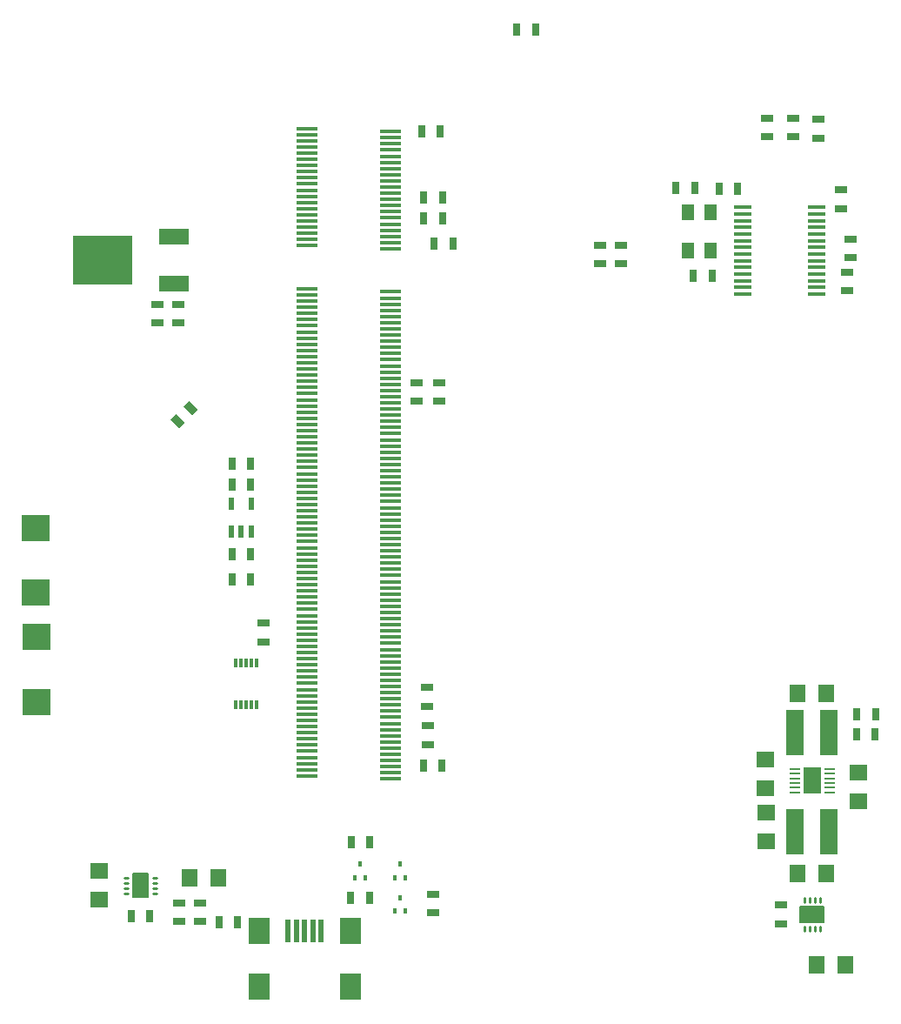
<source format=gtp>
G75*
%MOIN*%
%OFA0B0*%
%FSLAX25Y25*%
%IPPOS*%
%LPD*%
%AMOC8*
5,1,8,0,0,1.08239X$1,22.5*
%
%ADD10C,0.00945*%
%ADD11C,0.00504*%
%ADD12R,0.10630X0.10039*%
%ADD13R,0.06299X0.07087*%
%ADD14R,0.04724X0.03150*%
%ADD15R,0.03937X0.00984*%
%ADD16R,0.06693X0.09843*%
%ADD17R,0.03150X0.04724*%
%ADD18R,0.07087X0.06299*%
%ADD19R,0.07087X0.17717*%
%ADD20R,0.01200X0.03500*%
%ADD21R,0.01575X0.02008*%
%ADD22R,0.07874X0.01378*%
%ADD23R,0.04921X0.06299*%
%ADD24R,0.01969X0.08858*%
%ADD25R,0.07874X0.09843*%
%ADD26R,0.06890X0.01575*%
%ADD27R,0.02362X0.04724*%
%ADD28R,0.11811X0.06299*%
%ADD29R,0.22500X0.19000*%
D10*
X0086954Y0065004D02*
X0088372Y0065004D01*
X0088372Y0065004D01*
X0086954Y0065004D01*
X0086954Y0065004D01*
X0086954Y0066973D02*
X0088372Y0066973D01*
X0088372Y0066973D01*
X0086954Y0066973D01*
X0086954Y0066973D01*
X0086954Y0068941D02*
X0088372Y0068941D01*
X0088372Y0068941D01*
X0086954Y0068941D01*
X0086954Y0068941D01*
X0086954Y0070910D02*
X0088372Y0070910D01*
X0088372Y0070910D01*
X0086954Y0070910D01*
X0086954Y0070910D01*
X0097977Y0070910D02*
X0099395Y0070910D01*
X0097977Y0070910D02*
X0097977Y0070910D01*
X0099395Y0070910D01*
X0099395Y0070910D01*
X0099395Y0068941D02*
X0097977Y0068941D01*
X0097977Y0068941D01*
X0099395Y0068941D01*
X0099395Y0068941D01*
X0099395Y0066973D02*
X0097977Y0066973D01*
X0097977Y0066973D01*
X0099395Y0066973D01*
X0099395Y0066973D01*
X0099395Y0065004D02*
X0097977Y0065004D01*
X0097977Y0065004D01*
X0099395Y0065004D01*
X0099395Y0065004D01*
X0347563Y0063066D02*
X0347563Y0061648D01*
X0347563Y0061648D01*
X0347563Y0063066D01*
X0347563Y0063066D01*
X0347563Y0062592D02*
X0347563Y0062592D01*
X0349532Y0063066D02*
X0349532Y0061648D01*
X0349532Y0061648D01*
X0349532Y0063066D01*
X0349532Y0063066D01*
X0349532Y0062592D02*
X0349532Y0062592D01*
X0351500Y0063066D02*
X0351500Y0061648D01*
X0351500Y0061648D01*
X0351500Y0063066D01*
X0351500Y0063066D01*
X0351500Y0062592D02*
X0351500Y0062592D01*
X0353469Y0063066D02*
X0353469Y0061648D01*
X0353469Y0061648D01*
X0353469Y0063066D01*
X0353469Y0063066D01*
X0353469Y0062592D02*
X0353469Y0062592D01*
X0353469Y0052042D02*
X0353469Y0050624D01*
X0353469Y0052042D02*
X0353469Y0052042D01*
X0353469Y0050624D01*
X0353469Y0050624D01*
X0353469Y0051568D02*
X0353469Y0051568D01*
X0351500Y0052042D02*
X0351500Y0050624D01*
X0351500Y0052042D02*
X0351500Y0052042D01*
X0351500Y0050624D01*
X0351500Y0050624D01*
X0351500Y0051568D02*
X0351500Y0051568D01*
X0349532Y0052042D02*
X0349532Y0050624D01*
X0349532Y0052042D02*
X0349532Y0052042D01*
X0349532Y0050624D01*
X0349532Y0050624D01*
X0349532Y0051568D02*
X0349532Y0051568D01*
X0347563Y0052042D02*
X0347563Y0050624D01*
X0347563Y0052042D02*
X0347563Y0052042D01*
X0347563Y0050624D01*
X0347563Y0050624D01*
X0347563Y0051568D02*
X0347563Y0051568D01*
D11*
X0345965Y0053948D02*
X0355067Y0053948D01*
X0345965Y0053948D02*
X0345965Y0059742D01*
X0355067Y0059742D01*
X0355067Y0053948D01*
X0355067Y0054451D02*
X0345965Y0054451D01*
X0345965Y0054954D02*
X0355067Y0054954D01*
X0355067Y0055457D02*
X0345965Y0055457D01*
X0345965Y0055960D02*
X0355067Y0055960D01*
X0355067Y0056463D02*
X0345965Y0056463D01*
X0345965Y0056966D02*
X0355067Y0056966D01*
X0355067Y0057469D02*
X0345965Y0057469D01*
X0345965Y0057972D02*
X0355067Y0057972D01*
X0355067Y0058475D02*
X0345965Y0058475D01*
X0345965Y0058978D02*
X0355067Y0058978D01*
X0355067Y0059481D02*
X0345965Y0059481D01*
X0096071Y0063406D02*
X0096071Y0072508D01*
X0096071Y0063406D02*
X0090277Y0063406D01*
X0090277Y0072508D01*
X0096071Y0072508D01*
X0096071Y0063909D02*
X0090277Y0063909D01*
X0090277Y0064412D02*
X0096071Y0064412D01*
X0096071Y0064915D02*
X0090277Y0064915D01*
X0090277Y0065418D02*
X0096071Y0065418D01*
X0096071Y0065921D02*
X0090277Y0065921D01*
X0090277Y0066424D02*
X0096071Y0066424D01*
X0096071Y0066927D02*
X0090277Y0066927D01*
X0090277Y0067430D02*
X0096071Y0067430D01*
X0096071Y0067933D02*
X0090277Y0067933D01*
X0090277Y0068436D02*
X0096071Y0068436D01*
X0096071Y0068939D02*
X0090277Y0068939D01*
X0090277Y0069442D02*
X0096071Y0069442D01*
X0096071Y0069945D02*
X0090277Y0069945D01*
X0090277Y0070448D02*
X0096071Y0070448D01*
X0096071Y0070951D02*
X0090277Y0070951D01*
X0090277Y0071454D02*
X0096071Y0071454D01*
X0096071Y0071957D02*
X0090277Y0071957D01*
X0090277Y0072460D02*
X0096071Y0072460D01*
D12*
X0053367Y0138113D03*
X0053367Y0163074D03*
X0052837Y0180015D03*
X0052837Y0204976D03*
D13*
X0111984Y0070852D03*
X0123007Y0070852D03*
X0345004Y0072593D03*
X0356028Y0072593D03*
X0352141Y0037387D03*
X0363165Y0037387D03*
X0356028Y0141491D03*
X0345004Y0141491D03*
D14*
X0338705Y0060389D03*
X0338705Y0053302D03*
X0205266Y0057352D03*
X0205266Y0064439D03*
X0203258Y0121959D03*
X0203258Y0129045D03*
X0203022Y0136604D03*
X0203022Y0143691D03*
X0140305Y0161289D03*
X0140305Y0168376D03*
X0198967Y0253415D03*
X0198967Y0260502D03*
X0207628Y0260502D03*
X0207628Y0253415D03*
X0269439Y0306171D03*
X0269439Y0313258D03*
X0277313Y0313258D03*
X0277313Y0306171D03*
X0333322Y0354685D03*
X0333322Y0361771D03*
X0343196Y0361771D03*
X0343196Y0354685D03*
X0353070Y0354285D03*
X0353070Y0361371D03*
X0361533Y0334395D03*
X0361533Y0327308D03*
X0365279Y0315630D03*
X0365279Y0308544D03*
X0363896Y0302930D03*
X0363896Y0295844D03*
X0115896Y0061289D03*
X0115896Y0054203D03*
X0108022Y0054203D03*
X0108022Y0061289D03*
X0107663Y0283356D03*
X0107663Y0290442D03*
X0099537Y0290442D03*
X0099537Y0283356D03*
D15*
X0343823Y0112456D03*
X0343823Y0110684D03*
X0343823Y0108912D03*
X0343823Y0107141D03*
X0343823Y0105369D03*
X0343823Y0103597D03*
X0357209Y0103597D03*
X0357209Y0105369D03*
X0357209Y0107141D03*
X0357209Y0108912D03*
X0357209Y0110684D03*
X0357209Y0112456D03*
D16*
X0350516Y0108026D03*
D17*
X0367642Y0125743D03*
X0374729Y0125743D03*
X0374807Y0133617D03*
X0367721Y0133617D03*
X0208744Y0113922D03*
X0201657Y0113922D03*
X0180935Y0084400D03*
X0173848Y0084400D03*
X0173770Y0063258D03*
X0180856Y0063258D03*
X0130266Y0053809D03*
X0123179Y0053809D03*
X0096718Y0056146D03*
X0089631Y0056146D03*
X0128220Y0185192D03*
X0135307Y0185192D03*
X0135307Y0194918D03*
X0128220Y0194918D03*
X0128220Y0221444D03*
X0135307Y0221444D03*
X0135307Y0229570D03*
X0128220Y0229570D03*
G36*
X0104664Y0246408D02*
X0106891Y0248635D01*
X0110230Y0245296D01*
X0108003Y0243069D01*
X0104664Y0246408D01*
G37*
G36*
X0109675Y0251419D02*
X0111902Y0253646D01*
X0115241Y0250307D01*
X0113014Y0248080D01*
X0109675Y0251419D01*
G37*
X0201722Y0323494D03*
X0208809Y0323494D03*
X0208809Y0331526D03*
X0201722Y0331526D03*
X0205722Y0313888D03*
X0212809Y0313888D03*
X0208022Y0356959D03*
X0200935Y0356959D03*
X0237456Y0395681D03*
X0244543Y0395681D03*
X0298422Y0335113D03*
X0305508Y0335113D03*
X0314916Y0334804D03*
X0322003Y0334804D03*
X0312160Y0301504D03*
X0305074Y0301504D03*
D18*
X0077426Y0062445D03*
X0077426Y0073469D03*
X0332800Y0084798D03*
X0332800Y0095822D03*
X0332760Y0105152D03*
X0332760Y0116176D03*
X0368154Y0111294D03*
X0368154Y0100270D03*
D19*
X0357091Y0088592D03*
X0344099Y0088592D03*
X0343981Y0126609D03*
X0356973Y0126609D03*
D20*
X0137552Y0137098D03*
X0135582Y0137098D03*
X0133612Y0137098D03*
X0131642Y0137098D03*
X0129672Y0137098D03*
X0129672Y0153198D03*
X0131642Y0153198D03*
X0133612Y0153198D03*
X0135582Y0153198D03*
X0137552Y0153198D03*
D21*
X0177392Y0076093D03*
X0179360Y0070974D03*
X0175423Y0070974D03*
X0190699Y0070935D03*
X0194636Y0070935D03*
X0192667Y0076053D03*
X0192628Y0063179D03*
X0194596Y0058061D03*
X0190659Y0058061D03*
D22*
X0189124Y0108730D03*
X0189124Y0111093D03*
X0189124Y0113455D03*
X0189124Y0115817D03*
X0189124Y0118179D03*
X0189124Y0120541D03*
X0189124Y0122904D03*
X0189124Y0125266D03*
X0189124Y0127628D03*
X0189124Y0129990D03*
X0189124Y0132352D03*
X0189124Y0134715D03*
X0189124Y0137077D03*
X0189124Y0139439D03*
X0189124Y0141801D03*
X0189124Y0144163D03*
X0189124Y0146526D03*
X0189124Y0148888D03*
X0189124Y0151250D03*
X0189124Y0153612D03*
X0189124Y0155974D03*
X0189124Y0158337D03*
X0189124Y0160699D03*
X0189124Y0163061D03*
X0189124Y0165423D03*
X0189124Y0167785D03*
X0189124Y0170148D03*
X0189124Y0172510D03*
X0189124Y0174872D03*
X0189124Y0177234D03*
X0189124Y0179596D03*
X0189124Y0181959D03*
X0189124Y0184321D03*
X0189124Y0186683D03*
X0189124Y0189045D03*
X0189124Y0191407D03*
X0189124Y0193770D03*
X0189124Y0196132D03*
X0189124Y0198494D03*
X0189124Y0200856D03*
X0189124Y0203219D03*
X0189124Y0205581D03*
X0189124Y0207943D03*
X0189124Y0210305D03*
X0189124Y0212667D03*
X0189124Y0215030D03*
X0189124Y0217392D03*
X0189124Y0219754D03*
X0189124Y0222116D03*
X0189124Y0224478D03*
X0189124Y0226841D03*
X0189124Y0229203D03*
X0189124Y0231565D03*
X0189124Y0233927D03*
X0189124Y0236289D03*
X0189124Y0238652D03*
X0189124Y0241014D03*
X0189124Y0243376D03*
X0189124Y0245738D03*
X0189124Y0248100D03*
X0189124Y0250463D03*
X0189124Y0252825D03*
X0189124Y0255187D03*
X0189124Y0257549D03*
X0189124Y0259911D03*
X0189124Y0262274D03*
X0189124Y0264636D03*
X0189124Y0266998D03*
X0189124Y0269360D03*
X0189124Y0271722D03*
X0189124Y0274085D03*
X0189124Y0276447D03*
X0189124Y0278809D03*
X0189124Y0281171D03*
X0189124Y0283533D03*
X0189124Y0285896D03*
X0189124Y0288258D03*
X0189124Y0290620D03*
X0189124Y0292982D03*
X0189124Y0295344D03*
X0189124Y0311880D03*
X0189124Y0314242D03*
X0189124Y0316604D03*
X0189124Y0318967D03*
X0189124Y0321329D03*
X0189124Y0323691D03*
X0189124Y0326053D03*
X0189124Y0328415D03*
X0189124Y0330778D03*
X0189124Y0333140D03*
X0189124Y0335502D03*
X0189124Y0337864D03*
X0189124Y0340226D03*
X0189124Y0342589D03*
X0189124Y0344951D03*
X0189124Y0347313D03*
X0189124Y0349675D03*
X0189124Y0352037D03*
X0189124Y0354400D03*
X0189124Y0356762D03*
X0156841Y0357943D03*
X0156841Y0355581D03*
X0156841Y0353219D03*
X0156841Y0350856D03*
X0156841Y0348494D03*
X0156841Y0346132D03*
X0156841Y0343770D03*
X0156841Y0341407D03*
X0156841Y0339045D03*
X0156841Y0336683D03*
X0156841Y0334321D03*
X0156841Y0331959D03*
X0156841Y0329596D03*
X0156841Y0327234D03*
X0156841Y0324872D03*
X0156841Y0322510D03*
X0156841Y0320148D03*
X0156841Y0317785D03*
X0156841Y0315423D03*
X0156841Y0313061D03*
X0156841Y0296526D03*
X0156841Y0294163D03*
X0156841Y0291801D03*
X0156841Y0289439D03*
X0156841Y0287077D03*
X0156841Y0284715D03*
X0156841Y0282352D03*
X0156841Y0279990D03*
X0156841Y0277628D03*
X0156841Y0275266D03*
X0156841Y0272904D03*
X0156841Y0270541D03*
X0156841Y0268179D03*
X0156841Y0265817D03*
X0156841Y0263455D03*
X0156841Y0261093D03*
X0156841Y0258730D03*
X0156841Y0256368D03*
X0156841Y0254006D03*
X0156841Y0251644D03*
X0156841Y0249281D03*
X0156841Y0246919D03*
X0156841Y0244557D03*
X0156841Y0242195D03*
X0156841Y0239833D03*
X0156841Y0237470D03*
X0156841Y0235108D03*
X0156841Y0232746D03*
X0156841Y0230384D03*
X0156841Y0228022D03*
X0156841Y0225659D03*
X0156841Y0223297D03*
X0156841Y0220935D03*
X0156841Y0218573D03*
X0156841Y0216211D03*
X0156841Y0213848D03*
X0156841Y0211486D03*
X0156841Y0209124D03*
X0156841Y0206762D03*
X0156841Y0204400D03*
X0156841Y0202037D03*
X0156841Y0199675D03*
X0156841Y0197313D03*
X0156841Y0194951D03*
X0156841Y0192589D03*
X0156841Y0190226D03*
X0156841Y0187864D03*
X0156841Y0185502D03*
X0156841Y0183140D03*
X0156841Y0180778D03*
X0156841Y0178415D03*
X0156841Y0176053D03*
X0156841Y0173691D03*
X0156841Y0171329D03*
X0156841Y0168967D03*
X0156841Y0166604D03*
X0156841Y0164242D03*
X0156841Y0161880D03*
X0156841Y0159518D03*
X0156841Y0157156D03*
X0156841Y0154793D03*
X0156841Y0152431D03*
X0156841Y0150069D03*
X0156841Y0147707D03*
X0156841Y0145344D03*
X0156841Y0142982D03*
X0156841Y0140620D03*
X0156841Y0138258D03*
X0156841Y0135896D03*
X0156841Y0133533D03*
X0156841Y0131171D03*
X0156841Y0128809D03*
X0156841Y0126447D03*
X0156841Y0124085D03*
X0156841Y0121722D03*
X0156841Y0119360D03*
X0156841Y0116998D03*
X0156841Y0114636D03*
X0156841Y0112274D03*
X0156841Y0109911D03*
D23*
X0303020Y0311140D03*
X0311681Y0311140D03*
X0311681Y0325707D03*
X0303020Y0325707D03*
D24*
X0162359Y0050567D03*
X0159209Y0050567D03*
X0156059Y0050567D03*
X0152910Y0050567D03*
X0149760Y0050567D03*
D25*
X0138540Y0050448D03*
X0138540Y0029110D03*
X0173579Y0029110D03*
X0173579Y0050448D03*
D26*
X0324053Y0294451D03*
X0324053Y0297010D03*
X0324053Y0299569D03*
X0324053Y0302128D03*
X0324053Y0304687D03*
X0324053Y0307246D03*
X0324053Y0309805D03*
X0324053Y0312364D03*
X0324053Y0314923D03*
X0324053Y0317482D03*
X0324053Y0320041D03*
X0324053Y0322600D03*
X0324053Y0325159D03*
X0324053Y0327719D03*
X0352400Y0327719D03*
X0352400Y0325159D03*
X0352400Y0322600D03*
X0352400Y0320041D03*
X0352400Y0317482D03*
X0352400Y0314923D03*
X0352400Y0312364D03*
X0352400Y0309805D03*
X0352400Y0307246D03*
X0352400Y0304687D03*
X0352400Y0302128D03*
X0352400Y0299569D03*
X0352400Y0297010D03*
X0352400Y0294451D03*
D27*
X0135504Y0214255D03*
X0128023Y0214255D03*
X0128023Y0203625D03*
X0131763Y0203625D03*
X0135504Y0203625D03*
D28*
X0105872Y0298596D03*
X0105872Y0316549D03*
D29*
X0078715Y0307573D03*
M02*

</source>
